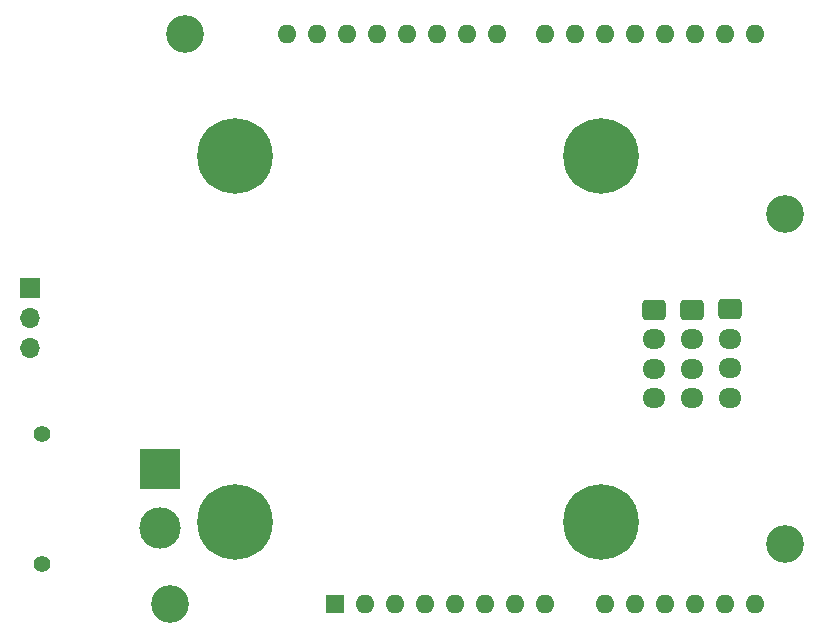
<source format=gbr>
%TF.GenerationSoftware,KiCad,Pcbnew,(7.0.0-0)*%
%TF.CreationDate,2023-04-23T15:23:44+02:00*%
%TF.ProjectId,tmc2209_devboard,746d6332-3230-4395-9f64-6576626f6172,rev?*%
%TF.SameCoordinates,Original*%
%TF.FileFunction,Soldermask,Bot*%
%TF.FilePolarity,Negative*%
%FSLAX46Y46*%
G04 Gerber Fmt 4.6, Leading zero omitted, Abs format (unit mm)*
G04 Created by KiCad (PCBNEW (7.0.0-0)) date 2023-04-23 15:23:44*
%MOMM*%
%LPD*%
G01*
G04 APERTURE LIST*
G04 Aperture macros list*
%AMRoundRect*
0 Rectangle with rounded corners*
0 $1 Rounding radius*
0 $2 $3 $4 $5 $6 $7 $8 $9 X,Y pos of 4 corners*
0 Add a 4 corners polygon primitive as box body*
4,1,4,$2,$3,$4,$5,$6,$7,$8,$9,$2,$3,0*
0 Add four circle primitives for the rounded corners*
1,1,$1+$1,$2,$3*
1,1,$1+$1,$4,$5*
1,1,$1+$1,$6,$7*
1,1,$1+$1,$8,$9*
0 Add four rect primitives between the rounded corners*
20,1,$1+$1,$2,$3,$4,$5,0*
20,1,$1+$1,$4,$5,$6,$7,0*
20,1,$1+$1,$6,$7,$8,$9,0*
20,1,$1+$1,$8,$9,$2,$3,0*%
G04 Aperture macros list end*
%ADD10R,1.700000X1.700000*%
%ADD11O,1.700000X1.700000*%
%ADD12C,0.800000*%
%ADD13C,6.400000*%
%ADD14RoundRect,0.250000X-0.725000X0.600000X-0.725000X-0.600000X0.725000X-0.600000X0.725000X0.600000X0*%
%ADD15O,1.950000X1.700000*%
%ADD16C,1.400000*%
%ADD17R,3.500000X3.500000*%
%ADD18C,3.500000*%
%ADD19O,1.600000X1.600000*%
%ADD20R,1.600000X1.600000*%
%ADD21C,3.200000*%
G04 APERTURE END LIST*
D10*
%TO.C,J2*%
X44599999Y-46174999D03*
D11*
X44599999Y-48714999D03*
X44599999Y-51254999D03*
%TD*%
D12*
%TO.C,H4*%
X59600000Y-35000000D03*
X60302944Y-33302944D03*
X60302944Y-36697056D03*
X62000000Y-32600000D03*
D13*
X62000000Y-35000000D03*
D12*
X62000000Y-37400000D03*
X63697056Y-33302944D03*
X63697056Y-36697056D03*
X64400000Y-35000000D03*
%TD*%
%TO.C,H3*%
X59600000Y-66000000D03*
X60302944Y-64302944D03*
X60302944Y-67697056D03*
X62000000Y-63600000D03*
D13*
X62000000Y-66000000D03*
D12*
X62000000Y-68400000D03*
X63697056Y-64302944D03*
X63697056Y-67697056D03*
X64400000Y-66000000D03*
%TD*%
D14*
%TO.C,J5*%
X97500000Y-48000000D03*
D15*
X97499999Y-50499999D03*
X97499999Y-52999999D03*
X97499999Y-55499999D03*
%TD*%
D16*
%TO.C,J1*%
X45675000Y-69500000D03*
X45675000Y-58500000D03*
D17*
X55674999Y-61499999D03*
D18*
X55675000Y-66500000D03*
%TD*%
D12*
%TO.C,H2*%
X90600000Y-66000000D03*
X91302944Y-64302944D03*
X91302944Y-67697056D03*
X93000000Y-63600000D03*
D13*
X93000000Y-66000000D03*
D12*
X93000000Y-68400000D03*
X94697056Y-64302944D03*
X94697056Y-67697056D03*
X95400000Y-66000000D03*
%TD*%
D14*
%TO.C,J4*%
X103900000Y-47950000D03*
D15*
X103899999Y-50449999D03*
X103899999Y-52949999D03*
X103899999Y-55449999D03*
%TD*%
D12*
%TO.C,H1*%
X90600000Y-35000000D03*
X91302944Y-33302944D03*
X91302944Y-36697056D03*
X93000000Y-32600000D03*
D13*
X93000000Y-35000000D03*
D12*
X93000000Y-37400000D03*
X94697056Y-33302944D03*
X94697056Y-36697056D03*
X95400000Y-35000000D03*
%TD*%
D14*
%TO.C,J6*%
X100700000Y-48000000D03*
D15*
X100699999Y-50499999D03*
X100699999Y-52999999D03*
X100699999Y-55499999D03*
%TD*%
D19*
%TO.C,A1*%
X66372499Y-24639999D03*
X68912499Y-24639999D03*
X71452499Y-24639999D03*
X73992499Y-24639999D03*
X76532499Y-24639999D03*
X79072499Y-24639999D03*
X81612499Y-24639999D03*
X84152499Y-24639999D03*
X88212499Y-24639999D03*
X90752499Y-24639999D03*
X93292499Y-24639999D03*
X95832499Y-24639999D03*
X98372499Y-24639999D03*
X100912499Y-24639999D03*
X103452499Y-24639999D03*
X105992499Y-24639999D03*
X105992499Y-72899999D03*
X103452499Y-72899999D03*
X100912499Y-72899999D03*
X98372499Y-72899999D03*
X95832499Y-72899999D03*
X93292499Y-72899999D03*
X88212499Y-72899999D03*
X85672499Y-72899999D03*
X83132499Y-72899999D03*
X80592499Y-72899999D03*
X78052499Y-72899999D03*
X75512499Y-72899999D03*
X72972499Y-72899999D03*
D20*
X70432499Y-72899999D03*
D21*
X108532500Y-67820000D03*
X108532500Y-39880000D03*
X57732500Y-24640000D03*
X56462500Y-72900000D03*
%TD*%
M02*

</source>
